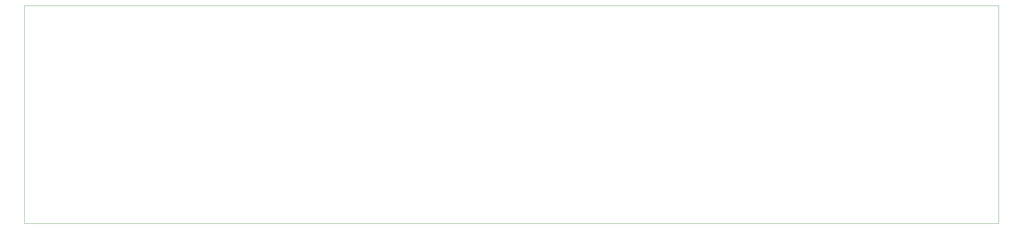
<source format=gbr>
%TF.GenerationSoftware,KiCad,Pcbnew,(7.0.0-0)*%
%TF.CreationDate,2023-03-24T13:01:54+01:00*%
%TF.ProjectId,klock_pcb,6b6c6f63-6b5f-4706-9362-2e6b69636164,rev?*%
%TF.SameCoordinates,Original*%
%TF.FileFunction,Profile,NP*%
%FSLAX46Y46*%
G04 Gerber Fmt 4.6, Leading zero omitted, Abs format (unit mm)*
G04 Created by KiCad (PCBNEW (7.0.0-0)) date 2023-03-24 13:01:54*
%MOMM*%
%LPD*%
G01*
G04 APERTURE LIST*
%TA.AperFunction,Profile*%
%ADD10C,0.100000*%
%TD*%
G04 APERTURE END LIST*
D10*
X22065000Y-69175000D02*
X272065000Y-69175000D01*
X272065000Y-69175000D02*
X272065000Y-125175000D01*
X272065000Y-125175000D02*
X22065000Y-125175000D01*
X22065000Y-125175000D02*
X22065000Y-69175000D01*
M02*

</source>
